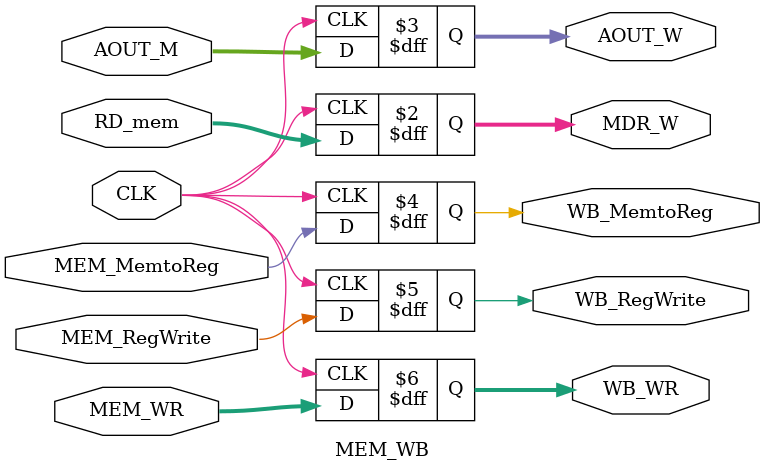
<source format=v>
module MEM_WB (RD_mem, AOUT_M, MEM_MemtoReg, MEM_RegWrite, WB_WR, 
MDR_W, AOUT_W, WB_MemtoReg, WB_RegWrite, MEM_WR, CLK);
    
    input CLK;
    input [31:0] RD_mem;
    input [31:0] AOUT_M;
    input MEM_MemtoReg;
    input MEM_RegWrite;
    input [4:0] MEM_WR;

    output reg [31:0] MDR_W;
    output reg [31:0] AOUT_W;
    output reg WB_MemtoReg;
    output reg WB_RegWrite;
    output reg [4:0] WB_WR;


    always @(posedge CLK) begin
        MDR_W <= RD_mem;
        AOUT_W <= AOUT_M;
        WB_MemtoReg <= MEM_MemtoReg;
        WB_RegWrite <= MEM_RegWrite;
        WB_WR <= MEM_WR;
        // $display("%2t: MEM_WB", $time);
    end
endmodule
</source>
